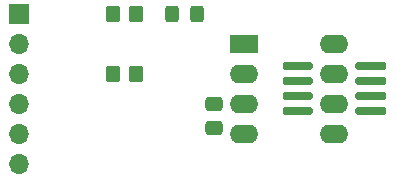
<source format=gts>
G04 #@! TF.GenerationSoftware,KiCad,Pcbnew,7.0.1*
G04 #@! TF.CreationDate,2023-04-01T18:06:39+02:00*
G04 #@! TF.ProjectId,PMOD SPI Memory,504d4f44-2053-4504-9920-4d656d6f7279,V1.0*
G04 #@! TF.SameCoordinates,Original*
G04 #@! TF.FileFunction,Soldermask,Top*
G04 #@! TF.FilePolarity,Negative*
%FSLAX46Y46*%
G04 Gerber Fmt 4.6, Leading zero omitted, Abs format (unit mm)*
G04 Created by KiCad (PCBNEW 7.0.1) date 2023-04-01 18:06:39*
%MOMM*%
%LPD*%
G01*
G04 APERTURE LIST*
G04 Aperture macros list*
%AMRoundRect*
0 Rectangle with rounded corners*
0 $1 Rounding radius*
0 $2 $3 $4 $5 $6 $7 $8 $9 X,Y pos of 4 corners*
0 Add a 4 corners polygon primitive as box body*
4,1,4,$2,$3,$4,$5,$6,$7,$8,$9,$2,$3,0*
0 Add four circle primitives for the rounded corners*
1,1,$1+$1,$2,$3*
1,1,$1+$1,$4,$5*
1,1,$1+$1,$6,$7*
1,1,$1+$1,$8,$9*
0 Add four rect primitives between the rounded corners*
20,1,$1+$1,$2,$3,$4,$5,0*
20,1,$1+$1,$4,$5,$6,$7,0*
20,1,$1+$1,$6,$7,$8,$9,0*
20,1,$1+$1,$8,$9,$2,$3,0*%
G04 Aperture macros list end*
%ADD10R,2.400000X1.600000*%
%ADD11RoundRect,0.150000X-0.650000X-0.150000X0.650000X-0.150000X0.650000X0.150000X-0.650000X0.150000X0*%
%ADD12RoundRect,0.150000X-0.675000X-0.150000X0.675000X-0.150000X0.675000X0.150000X-0.675000X0.150000X0*%
%ADD13O,2.400000X1.600000*%
%ADD14R,1.700000X1.700000*%
%ADD15O,1.700000X1.700000*%
%ADD16RoundRect,0.250000X-0.325000X-0.450000X0.325000X-0.450000X0.325000X0.450000X-0.325000X0.450000X0*%
%ADD17RoundRect,0.250000X-0.350000X-0.450000X0.350000X-0.450000X0.350000X0.450000X-0.350000X0.450000X0*%
%ADD18RoundRect,0.250000X-0.475000X0.337500X-0.475000X-0.337500X0.475000X-0.337500X0.475000X0.337500X0*%
%ADD19RoundRect,0.250000X0.350000X0.450000X-0.350000X0.450000X-0.350000X-0.450000X0.350000X-0.450000X0*%
G04 APERTURE END LIST*
D10*
X120650000Y-104140000D03*
D11*
X124676800Y-106045000D03*
D12*
X125645000Y-106045000D03*
D13*
X120650000Y-106680000D03*
D11*
X124676800Y-107315000D03*
D12*
X125645000Y-107315000D03*
D13*
X120650000Y-109220000D03*
D11*
X124676800Y-108585000D03*
D12*
X125645000Y-108585000D03*
D13*
X120650000Y-111760000D03*
D11*
X124676800Y-109855000D03*
D12*
X125645000Y-109855000D03*
D13*
X128270000Y-111760000D03*
D12*
X130895000Y-109855000D03*
D11*
X131876800Y-109855000D03*
D13*
X128270000Y-109220000D03*
D12*
X130895000Y-108585000D03*
D11*
X131876800Y-108585000D03*
D13*
X128270000Y-106680000D03*
D12*
X130895000Y-107315000D03*
D11*
X131876800Y-107315000D03*
D13*
X128270000Y-104140000D03*
D12*
X130895000Y-106045000D03*
D11*
X131876800Y-106045000D03*
D14*
X101600000Y-101600000D03*
D15*
X101600000Y-104140000D03*
X101600000Y-106680000D03*
X101600000Y-109220000D03*
X101600000Y-111760000D03*
X101600000Y-114300000D03*
D16*
X114545000Y-101600000D03*
X116595000Y-101600000D03*
D17*
X109490000Y-106680000D03*
X111490000Y-106680000D03*
D18*
X118110000Y-109220000D03*
X118110000Y-111295000D03*
D19*
X111490000Y-101600000D03*
X109490000Y-101600000D03*
M02*

</source>
